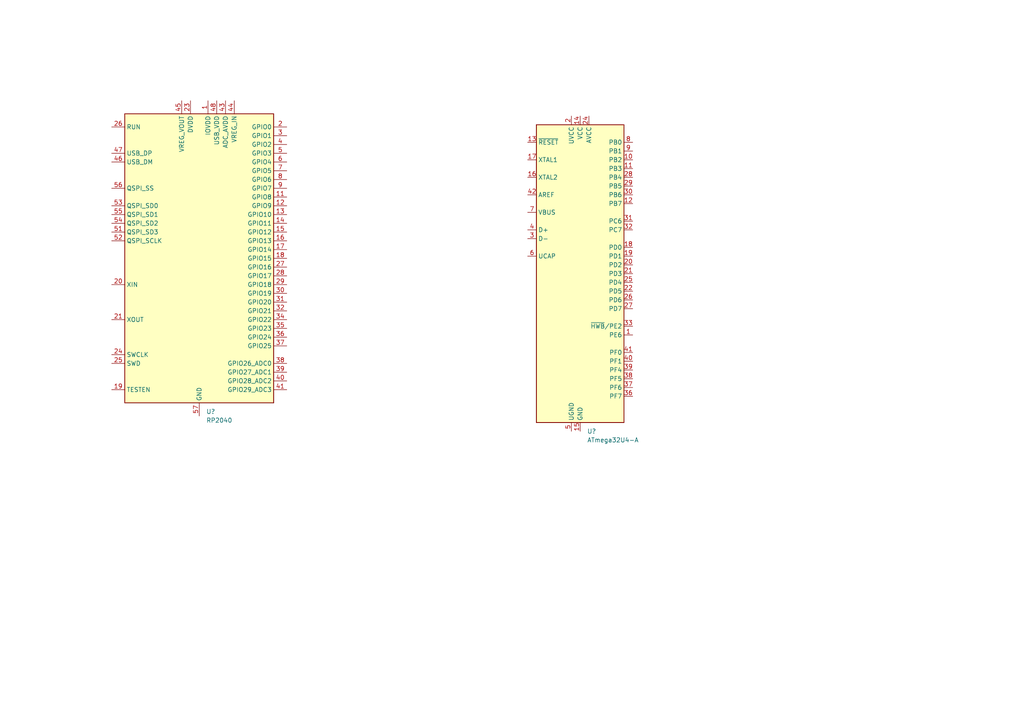
<source format=kicad_sch>
(kicad_sch (version 20211123) (generator eeschema)
  (paper "A4")
  (title_block (title "MacroPad") (date "2023-05-23") (rev "1.0"))
  (lib_symbols
    (symbol "MCU_Microchip_ATmega:ATmega32U4-A"
      (property "Reference" "U" (at -12.7 44.45 0))
      (property "Value" "ATmega32U4-A" (at 2.54 -44.45 0))
      (symbol "ATmega32U4-A_0_1"
        (rectangle (start -12.7 -43.18) (end 12.7 43.18) (stroke (width 0.254)) (fill (type background)))
      )
      (symbol "ATmega32U4-A_1_1"
        (pin bidirectional line (at 15.24 -17.78 180) (length 2.54) (name "PE6") (number "1"))
        (pin bidirectional line (at 15.24 33.02 180) (length 2.54) (name "PB2") (number "10"))
        (pin bidirectional line (at 15.24 30.48 180) (length 2.54) (name "PB3") (number "11"))
        (pin bidirectional line (at 15.24 20.32 180) (length 2.54) (name "PB7") (number "12"))
        (pin input line (at -15.24 38.1 0) (length 2.54) (name "~{RESET}") (number "13"))
        (pin power_in line (at 0 45.72 270) (length 2.54) (name "VCC") (number "14"))
        (pin power_in line (at 0 -45.72 90) (length 2.54) (name "GND") (number "15"))
        (pin output line (at -15.24 27.94 0) (length 2.54) (name "XTAL2") (number "16"))
        (pin input line (at -15.24 33.02 0) (length 2.54) (name "XTAL1") (number "17"))
        (pin bidirectional line (at 15.24 7.62 180) (length 2.54) (name "PD0") (number "18"))
        (pin bidirectional line (at 15.24 5.08 180) (length 2.54) (name "PD1") (number "19"))
        (pin power_in line (at -2.54 45.72 270) (length 2.54) (name "UVCC") (number "2"))
        (pin bidirectional line (at 15.24 2.54 180) (length 2.54) (name "PD2") (number "20"))
        (pin bidirectional line (at 15.24 0 180) (length 2.54) (name "PD3") (number "21"))
        (pin bidirectional line (at 15.24 -5.08 180) (length 2.54) (name "PD5") (number "22"))
        (pin passive line (at 0 -45.72 90) (length 2.54) hide (name "GND") (number "23"))
        (pin power_in line (at 2.54 45.72 270) (length 2.54) (name "AVCC") (number "24"))
        (pin bidirectional line (at 15.24 -2.54 180) (length 2.54) (name "PD4") (number "25"))
        (pin bidirectional line (at 15.24 -7.62 180) (length 2.54) (name "PD6") (number "26"))
        (pin bidirectional line (at 15.24 -10.16 180) (length 2.54) (name "PD7") (number "27"))
        (pin bidirectional line (at 15.24 27.94 180) (length 2.54) (name "PB4") (number "28"))
        (pin bidirectional line (at 15.24 25.4 180) (length 2.54) (name "PB5") (number "29"))
        (pin bidirectional line (at -15.24 10.16 0) (length 2.54) (name "D-") (number "3"))
        (pin bidirectional line (at 15.24 22.86 180) (length 2.54) (name "PB6") (number "30"))
        (pin bidirectional line (at 15.24 15.24 180) (length 2.54) (name "PC6") (number "31"))
        (pin bidirectional line (at 15.24 12.7 180) (length 2.54) (name "PC7") (number "32"))
        (pin bidirectional line (at 15.24 -15.24 180) (length 2.54) (name "~{HWB}/PE2") (number "33"))
        (pin passive line (at 0 45.72 270) (length 2.54) hide (name "VCC") (number "34"))
        (pin passive line (at 0 -45.72 90) (length 2.54) hide (name "GND") (number "35"))
        (pin bidirectional line (at 15.24 -35.56 180) (length 2.54) (name "PF7") (number "36"))
        (pin bidirectional line (at 15.24 -33.02 180) (length 2.54) (name "PF6") (number "37"))
        (pin bidirectional line (at 15.24 -30.48 180) (length 2.54) (name "PF5") (number "38"))
        (pin bidirectional line (at 15.24 -27.94 180) (length 2.54) (name "PF4") (number "39"))
        (pin bidirectional line (at -15.24 12.7 0) (length 2.54) (name "D+") (number "4"))
        (pin bidirectional line (at 15.24 -25.4 180) (length 2.54) (name "PF1") (number "40"))
        (pin bidirectional line (at 15.24 -22.86 180) (length 2.54) (name "PF0") (number "41"))
        (pin passive line (at -15.24 22.86 0) (length 2.54) (name "AREF") (number "42"))
        (pin passive line (at 0 -45.72 90) (length 2.54) hide (name "GND") (number "43"))
        (pin passive line (at 2.54 45.72 270) (length 2.54) hide (name "AVCC") (number "44"))
        (pin passive line (at -2.54 -45.72 90) (length 2.54) (name "UGND") (number "5"))
        (pin passive line (at -15.24 5.08 0) (length 2.54) (name "UCAP") (number "6"))
        (pin input line (at -15.24 17.78 0) (length 2.54) (name "VBUS") (number "7"))
        (pin bidirectional line (at 15.24 38.1 180) (length 2.54) (name "PB0") (number "8"))
        (pin bidirectional line (at 15.24 35.56 180) (length 2.54) (name "PB1") (number "9"))
      )
    )
    (symbol "MCU_RaspberryPi:RP2040"
      (property "Reference" "U" (at 17.78 45.72 0))
      (property "Value" "RP2040" (at 17.78 43.18 0))
      (symbol "RP2040_0_1"
        (rectangle (start -21.59 41.91) (end 21.59 -41.91) (stroke (width 0.254)) (fill (type background)))
      )
      (symbol "RP2040_1_1"
        (pin power_in line (at 2.54 45.72 270) (length 3.81) (name "IOVDD") (number "1"))
        (pin passive line (at 2.54 45.72 270) (length 3.81) hide (name "IOVDD") (number "10"))
        (pin bidirectional line (at 25.4 17.78 180) (length 3.81) (name "GPIO8") (number "11"))
        (pin bidirectional line (at 25.4 15.24 180) (length 3.81) (name "GPIO9") (number "12"))
        (pin bidirectional line (at 25.4 12.7 180) (length 3.81) (name "GPIO10") (number "13"))
        (pin bidirectional line (at 25.4 10.16 180) (length 3.81) (name "GPIO11") (number "14"))
        (pin bidirectional line (at 25.4 7.62 180) (length 3.81) (name "GPIO12") (number "15"))
        (pin bidirectional line (at 25.4 5.08 180) (length 3.81) (name "GPIO13") (number "16"))
        (pin bidirectional line (at 25.4 2.54 180) (length 3.81) (name "GPIO14") (number "17"))
        (pin bidirectional line (at 25.4 0 180) (length 3.81) (name "GPIO15") (number "18"))
        (pin input line (at -25.4 -38.1 0) (length 3.81) (name "TESTEN") (number "19"))
        (pin bidirectional line (at 25.4 38.1 180) (length 3.81) (name "GPIO0") (number "2"))
        (pin input line (at -25.4 -7.62 0) (length 3.81) (name "XIN") (number "20"))
        (pin passive line (at -25.4 -17.78 0) (length 3.81) (name "XOUT") (number "21"))
        (pin passive line (at 2.54 45.72 270) (length 3.81) hide (name "IOVDD") (number "22"))
        (pin power_in line (at -2.54 45.72 270) (length 3.81) (name "DVDD") (number "23"))
        (pin output line (at -25.4 -27.94 0) (length 3.81) (name "SWCLK") (number "24"))
        (pin bidirectional line (at -25.4 -30.48 0) (length 3.81) (name "SWD") (number "25"))
        (pin input line (at -25.4 38.1 0) (length 3.81) (name "RUN") (number "26"))
        (pin bidirectional line (at 25.4 -2.54 180) (length 3.81) (name "GPIO16") (number "27"))
        (pin bidirectional line (at 25.4 -5.08 180) (length 3.81) (name "GPIO17") (number "28"))
        (pin bidirectional line (at 25.4 -7.62 180) (length 3.81) (name "GPIO18") (number "29"))
        (pin bidirectional line (at 25.4 35.56 180) (length 3.81) (name "GPIO1") (number "3"))
        (pin bidirectional line (at 25.4 -10.16 180) (length 3.81) (name "GPIO19") (number "30"))
        (pin bidirectional line (at 25.4 -12.7 180) (length 3.81) (name "GPIO20") (number "31"))
        (pin bidirectional line (at 25.4 -15.24 180) (length 3.81) (name "GPIO21") (number "32"))
        (pin passive line (at 2.54 45.72 270) (length 3.81) hide (name "IOVDD") (number "33"))
        (pin bidirectional line (at 25.4 -17.78 180) (length 3.81) (name "GPIO22") (number "34"))
        (pin bidirectional line (at 25.4 -20.32 180) (length 3.81) (name "GPIO23") (number "35"))
        (pin bidirectional line (at 25.4 -22.86 180) (length 3.81) (name "GPIO24") (number "36"))
        (pin bidirectional line (at 25.4 -25.4 180) (length 3.81) (name "GPIO25") (number "37"))
        (pin bidirectional line (at 25.4 -30.48 180) (length 3.81) (name "GPIO26_ADC0") (number "38"))
        (pin bidirectional line (at 25.4 -33.02 180) (length 3.81) (name "GPIO27_ADC1") (number "39"))
        (pin bidirectional line (at 25.4 33.02 180) (length 3.81) (name "GPIO2") (number "4"))
        (pin bidirectional line (at 25.4 -35.56 180) (length 3.81) (name "GPIO28_ADC2") (number "40"))
        (pin bidirectional line (at 25.4 -38.1 180) (length 3.81) (name "GPIO29_ADC3") (number "41"))
        (pin passive line (at 2.54 45.72 270) (length 3.81) hide (name "IOVDD") (number "42"))
        (pin power_in line (at 7.62 45.72 270) (length 3.81) (name "ADC_AVDD") (number "43"))
        (pin power_in line (at 10.16 45.72 270) (length 3.81) (name "VREG_IN") (number "44"))
        (pin power_out line (at -5.08 45.72 270) (length 3.81) (name "VREG_VOUT") (number "45"))
        (pin bidirectional line (at -25.4 27.94 0) (length 3.81) (name "USB_DM") (number "46"))
        (pin bidirectional line (at -25.4 30.48 0) (length 3.81) (name "USB_DP") (number "47"))
        (pin power_in line (at 5.08 45.72 270) (length 3.81) (name "USB_VDD") (number "48"))
        (pin passive line (at 2.54 45.72 270) (length 3.81) hide (name "IOVDD") (number "49"))
        (pin bidirectional line (at 25.4 30.48 180) (length 3.81) (name "GPIO3") (number "5"))
        (pin passive line (at -2.54 45.72 270) (length 3.81) hide (name "DVDD") (number "50"))
        (pin bidirectional line (at -25.4 7.62 0) (length 3.81) (name "QSPI_SD3") (number "51"))
        (pin output line (at -25.4 5.08 0) (length 3.81) (name "QSPI_SCLK") (number "52"))
        (pin bidirectional line (at -25.4 15.24 0) (length 3.81) (name "QSPI_SD0") (number "53"))
        (pin bidirectional line (at -25.4 10.16 0) (length 3.81) (name "QSPI_SD2") (number "54"))
        (pin bidirectional line (at -25.4 12.7 0) (length 3.81) (name "QSPI_SD1") (number "55"))
        (pin bidirectional line (at -25.4 20.32 0) (length 3.81) (name "QSPI_SS") (number "56"))
        (pin power_in line (at 0 -45.72 90) (length 3.81) (name "GND") (number "57"))
        (pin bidirectional line (at 25.4 27.94 180) (length 3.81) (name "GPIO4") (number "6"))
        (pin bidirectional line (at 25.4 25.4 180) (length 3.81) (name "GPIO5") (number "7"))
        (pin bidirectional line (at 25.4 22.86 180) (length 3.81) (name "GPIO6") (number "8"))
        (pin bidirectional line (at 25.4 20.32 180) (length 3.81) (name "GPIO7") (number "9"))
      )
    )
  )
  (symbol (lib_id "MCU_Microchip_ATmega:ATmega32U4-A") (at 168.275 79.375 0) (unit 1)
    (property "Reference" "U?" (at 170.2944 125.095 0) (effects (justify left)))
    (property "Value" "ATmega32U4-A" (at 170.2944 127.635 0) (effects (justify left)))
    (property "Footprint" "Package_QFP:TQFP-44_10x10mm_P0.8mm" (effects hide))
    (property "Datasheet" "http://ww1.microchip.com/downloads/en/DeviceDoc/Atmel-7766-8-bit-AVR-ATmega16U4-32U4_Datasheet.pdf" (effects hide))
  )
  (symbol (lib_id "MCU_RaspberryPi:RP2040") (at 57.785 74.93 0) (unit 1)
    (property "Reference" "U?" (at 59.8044 119.38 0) (effects (justify left)))
    (property "Value" "RP2040" (at 59.8044 121.92 0) (effects (justify left)))
    (property "Footprint" "Package_DFN_QFN:QFN-56-1EP_7x7mm_P0.4mm_EP3.2x3.2mm" (effects hide))
    (property "Datasheet" "https://datasheets.raspberrypi.com/rp2040/rp2040-datasheet.pdf" (effects hide))
  )
)
</source>
